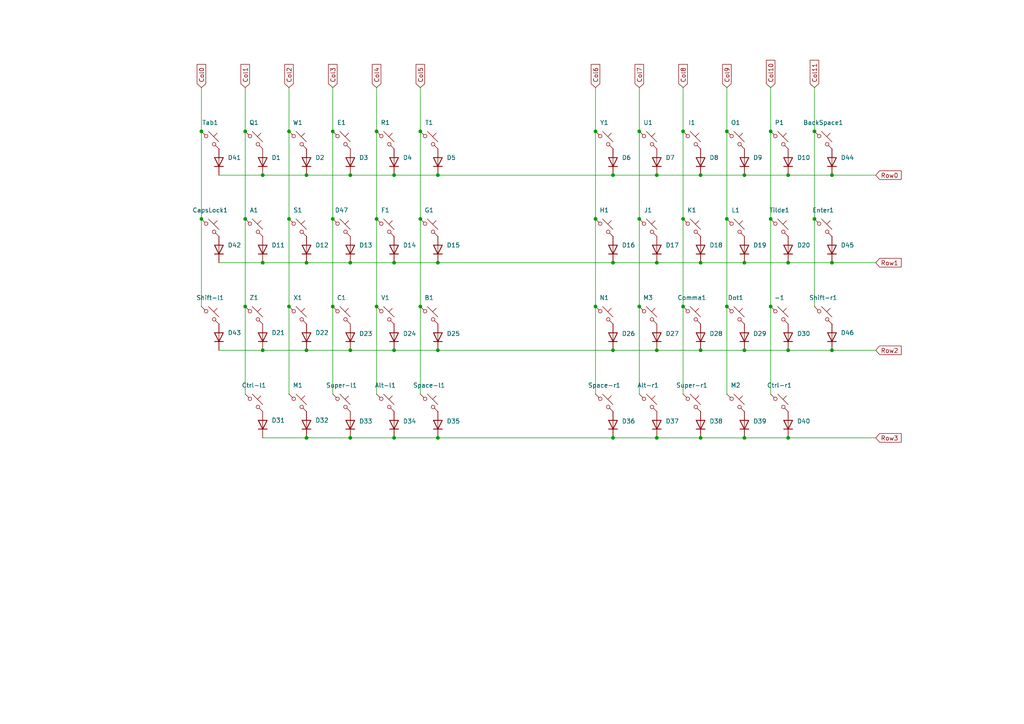
<source format=kicad_sch>
(kicad_sch (version 20231120) (generator "eeschema") (generator_version "8.0")
  (paper "A4")
  (title_block (title "MyCK") (date "2024-12-05") (rev "0.1") (comment 1 "License: MIT"))
  (lib_symbols
    (symbol "Device:D" (pin_numbers hide) (pin_names (offset 1.016) hide)
      (property "Reference" "D" (at 0 2.54 0))
      (property "Value" "D" (at 0 -2.54 0))
      (symbol "D_0_1"
        (polyline (pts (xy -1.27 1.27) (xy -1.27 -1.27)) (stroke (width 0.254)))
        (polyline (pts (xy 1.27 0) (xy -1.27 0)))
        (polyline (pts (xy 1.27 1.27) (xy 1.27 -1.27) (xy -1.27 0) (xy 1.27 1.27)) (stroke (width 0.254)))
      )
      (symbol "D_1_1"
        (pin passive line (at -3.81 0 0) (length 2.54) (name "K") (number "1"))
        (pin passive line (at 3.81 0 180) (length 2.54) (name "A") (number "2"))
      )
    )
    (symbol "PCM_marbastlib-mx:MX_SK6812MINI-E"
      (property "Reference" "LED" (at 3.175 6.35 0))
      (property "Value" "MX_SK6812MINI-E" (at 10.16 -6.985 0))
      (symbol "MX_SK6812MINI-E_0_0"
        (text "RGB" (at 2.286 -4.191 0) (effects (font (size 0.762 0.762))))
      )
      (symbol "MX_SK6812MINI-E_0_1"
        (rectangle (start -5.08 5.08) (end 5.08 -5.08) (stroke (width 0.254)) (fill (type background)))
        (polyline (pts (xy 1.27 -3.556) (xy 1.778 -3.556)))
        (polyline (pts (xy 1.27 -2.54) (xy 1.778 -2.54)))
        (polyline (pts (xy 4.699 -3.556) (xy 2.667 -3.556)))
        (polyline (pts (xy 2.286 -2.54) (xy 1.27 -3.556) (xy 1.27 -3.048)))
        (polyline (pts (xy 2.286 -1.524) (xy 1.27 -2.54) (xy 1.27 -2.032)))
        (polyline (pts (xy 3.683 -1.016) (xy 3.683 -3.556) (xy 3.683 -4.064)))
        (polyline (pts (xy 4.699 -1.524) (xy 2.667 -1.524) (xy 3.683 -3.556) (xy 4.699 -1.524)))
      )
      (symbol "MX_SK6812MINI-E_1_1"
        (pin power_in line (at 0 7.62 270) (length 2.54) (name "VDD") (number "1"))
        (pin output line (at 7.62 0 180) (length 2.54) (name "DOUT") (number "2"))
        (pin input line (at -7.62 0 0) (length 2.54) (name "DIN") (number "3"))
        (pin power_in line (at 0 -7.62 90) (length 2.54) (name "VSS") (number "4"))
      )
    )
    (symbol "Switch:SW_Push_45deg" (pin_numbers hide) (pin_names (offset 1.016) hide)
      (property "Reference" "SW" (at 3.048 1.016 0))
      (property "Value" "SW_Push_45deg" (at 0 -3.81 0))
      (symbol "SW_Push_45deg_0_1"
        (circle (center -1.1684 1.1684) (radius 0.508))
        (polyline (pts (xy -0.508 2.54) (xy 2.54 -0.508)))
        (polyline (pts (xy 1.016 1.016) (xy 2.032 2.032)))
        (polyline (pts (xy -2.54 2.54) (xy -1.524 1.524) (xy -1.524 1.524)))
        (polyline (pts (xy 1.524 -1.524) (xy 2.54 -2.54) (xy 2.54 -2.54) (xy 2.54 -2.54)))
        (circle (center 1.143 -1.1938) (radius 0.508))
        (pin passive line (at -2.54 2.54 0) (length 0) (name "1") (number "1"))
        (pin passive line (at 2.54 -2.54 180) (length 0) (name "2") (number "2"))
      )
    )
    (symbol "power:+5V" (power) (pin_numbers hide) (pin_names (offset 0) hide)
      (property "Value" "+5V" (at 0 3.556 0))
      (symbol "+5V_0_1"
        (polyline (pts (xy -0.762 1.27) (xy 0 2.54)))
        (polyline (pts (xy 0 0) (xy 0 2.54)))
        (polyline (pts (xy 0 2.54) (xy 0.762 1.27)))
      )
      (symbol "+5V_1_1"
        (pin power_in line (at 0 0 90) (length 0) (name "~") (number "1"))
      )
    )
    (symbol "power:Earth" (power) (pin_numbers hide) (pin_names (offset 0) hide)
      (property "Value" "Earth" (at 0 -3.81 0))
      (symbol "Earth_0_1"
        (polyline (pts (xy -0.635 -1.905) (xy 0.635 -1.905)))
        (polyline (pts (xy -0.127 -2.54) (xy 0.127 -2.54)))
        (polyline (pts (xy 0 -1.27) (xy 0 0)))
        (polyline (pts (xy 1.27 -1.27) (xy -1.27 -1.27)))
      )
      (symbol "Earth_1_1"
        (pin power_in line (at 0 0 270) (length 0) (name "~") (number "1"))
      )
    )
  )
  (junction (at 109.22 38.1))
  (junction (at 58.42 63.5))
  (junction (at 215.9 76.2))
  (junction (at 203.2 127))
  (junction (at 76.2 76.2))
  (junction (at 76.2 101.6))
  (junction (at 185.42 88.9))
  (junction (at 198.12 38.1))
  (junction (at 101.6 50.8))
  (junction (at 71.12 63.5))
  (junction (at 71.12 38.1))
  (junction (at 109.22 88.9))
  (junction (at 351.79 64.77))
  (junction (at 190.5 76.2))
  (junction (at 215.9 127))
  (junction (at 185.42 63.5))
  (junction (at 121.92 88.9))
  (junction (at 223.52 88.9))
  (junction (at 172.72 38.1))
  (junction (at 88.9 101.6))
  (junction (at 114.3 50.8))
  (junction (at 223.52 38.1))
  (junction (at 114.3 76.2))
  (junction (at 177.8 127))
  (junction (at 241.3 50.8))
  (junction (at 336.55 85.09))
  (junction (at 83.82 63.5))
  (junction (at 58.42 38.1))
  (junction (at 172.72 88.9))
  (junction (at 190.5 127))
  (junction (at 351.79 72.39))
  (junction (at 96.52 38.1))
  (junction (at 228.6 50.8))
  (junction (at 236.22 38.1))
  (junction (at 185.42 38.1))
  (junction (at 83.82 88.9))
  (junction (at 190.5 50.8))
  (junction (at 127 50.8))
  (junction (at 109.22 63.5))
  (junction (at 241.3 101.6))
  (junction (at 96.52 88.9))
  (junction (at 177.8 101.6))
  (junction (at 101.6 101.6))
  (junction (at 203.2 101.6))
  (junction (at 215.9 50.8))
  (junction (at 351.79 85.09))
  (junction (at 101.6 127))
  (junction (at 228.6 101.6))
  (junction (at 88.9 127))
  (junction (at 210.82 38.1))
  (junction (at 76.2 50.8))
  (junction (at 215.9 101.6))
  (junction (at 236.22 63.5))
  (junction (at 203.2 50.8))
  (junction (at 127 127))
  (junction (at 210.82 88.9))
  (junction (at 177.8 76.2))
  (junction (at 114.3 101.6))
  (junction (at 88.9 76.2))
  (junction (at 96.52 63.5))
  (junction (at 127 76.2))
  (junction (at 83.82 38.1))
  (junction (at 223.52 63.5))
  (junction (at 336.55 72.39))
  (junction (at 71.12 88.9))
  (junction (at 121.92 63.5))
  (junction (at 101.6 76.2))
  (junction (at 177.8 50.8))
  (junction (at 121.92 38.1))
  (junction (at 210.82 63.5))
  (junction (at 228.6 76.2))
  (junction (at 127 101.6))
  (junction (at 114.3 127))
  (junction (at 228.6 127))
  (junction (at 190.5 101.6))
  (junction (at 88.9 50.8))
  (junction (at 203.2 76.2))
  (junction (at 198.12 63.5))
  (junction (at 241.3 76.2))
  (junction (at 336.55 64.77))
  (junction (at 198.12 88.9))
  (junction (at 172.72 63.5))
  (no_connect (at 344.17 110.49))
  (wire (pts (xy 198.12 63.5) (xy 198.12 88.9)))
  (wire (pts (xy 127 101.6) (xy 177.8 101.6)))
  (wire (pts (xy 344.17 33.02) (xy 344.17 38.1)))
  (wire (pts (xy 109.22 38.1) (xy 109.22 63.5)))
  (wire (pts (xy 63.5 76.2) (xy 76.2 76.2)))
  (wire (pts (xy 71.12 25.4) (xy 71.12 38.1)))
  (wire (pts (xy 344.17 92.71) (xy 344.17 95.25)))
  (wire (pts (xy 63.5 50.8) (xy 76.2 50.8)))
  (wire (pts (xy 109.22 63.5) (xy 109.22 88.9)))
  (wire (pts (xy 351.79 72.39) (xy 351.79 85.09)))
  (wire (pts (xy 203.2 101.6) (xy 215.9 101.6)))
  (wire (pts (xy 76.2 76.2) (xy 88.9 76.2)))
  (wire (pts (xy 121.92 25.4) (xy 121.92 38.1)))
  (wire (pts (xy 76.2 127) (xy 88.9 127)))
  (wire (pts (xy 185.42 88.9) (xy 185.42 114.3)))
  (wire (pts (xy 215.9 101.6) (xy 228.6 101.6)))
  (wire (pts (xy 83.82 25.4) (xy 83.82 38.1)))
  (wire (pts (xy 76.2 50.8) (xy 88.9 50.8)))
  (wire (pts (xy 344.17 53.34) (xy 344.17 57.15)))
  (wire (pts (xy 351.79 64.77) (xy 351.79 72.39)))
  (wire (pts (xy 223.52 88.9) (xy 223.52 114.3)))
  (wire (pts (xy 71.12 38.1) (xy 71.12 63.5)))
  (wire (pts (xy 236.22 63.5) (xy 236.22 88.9)))
  (wire (pts (xy 177.8 101.6) (xy 190.5 101.6)))
  (wire (pts (xy 228.6 50.8) (xy 241.3 50.8)))
  (wire (pts (xy 58.42 25.4) (xy 58.42 38.1)))
  (wire (pts (xy 336.55 45.72) (xy 336.55 64.77)))
  (wire (pts (xy 190.5 101.6) (xy 203.2 101.6)))
  (wire (pts (xy 215.9 50.8) (xy 228.6 50.8)))
  (wire (pts (xy 172.72 63.5) (xy 172.72 88.9)))
  (wire (pts (xy 210.82 63.5) (xy 210.82 88.9)))
  (wire (pts (xy 177.8 76.2) (xy 190.5 76.2)))
  (wire (pts (xy 109.22 88.9) (xy 109.22 114.3)))
  (wire (pts (xy 210.82 25.4) (xy 210.82 38.1)))
  (wire (pts (xy 127 127) (xy 177.8 127)))
  (wire (pts (xy 185.42 63.5) (xy 185.42 88.9)))
  (wire (pts (xy 190.5 76.2) (xy 203.2 76.2)))
  (wire (pts (xy 121.92 63.5) (xy 121.92 88.9)))
  (wire (pts (xy 223.52 38.1) (xy 223.52 63.5)))
  (wire (pts (xy 83.82 63.5) (xy 83.82 88.9)))
  (wire (pts (xy 177.8 127) (xy 190.5 127)))
  (wire (pts (xy 203.2 50.8) (xy 215.9 50.8)))
  (wire (pts (xy 210.82 88.9) (xy 210.82 114.3)))
  (wire (pts (xy 58.42 38.1) (xy 58.42 63.5)))
  (wire (pts (xy 351.79 45.72) (xy 351.79 64.77)))
  (wire (pts (xy 203.2 127) (xy 215.9 127)))
  (wire (pts (xy 88.9 50.8) (xy 101.6 50.8)))
  (wire (pts (xy 228.6 127) (xy 254 127)))
  (wire (pts (xy 76.2 101.6) (xy 88.9 101.6)))
  (wire (pts (xy 58.42 63.5) (xy 58.42 88.9)))
  (wire (pts (xy 114.3 127) (xy 127 127)))
  (wire (pts (xy 223.52 25.4) (xy 223.52 38.1)))
  (wire (pts (xy 96.52 38.1) (xy 96.52 63.5)))
  (wire (pts (xy 228.6 76.2) (xy 241.3 76.2)))
  (wire (pts (xy 114.3 76.2) (xy 127 76.2)))
  (wire (pts (xy 210.82 38.1) (xy 210.82 63.5)))
  (wire (pts (xy 101.6 50.8) (xy 114.3 50.8)))
  (wire (pts (xy 101.6 76.2) (xy 114.3 76.2)))
  (wire (pts (xy 101.6 127) (xy 114.3 127)))
  (wire (pts (xy 198.12 88.9) (xy 198.12 114.3)))
  (wire (pts (xy 172.72 88.9) (xy 172.72 114.3)))
  (wire (pts (xy 215.9 127) (xy 228.6 127)))
  (wire (pts (xy 215.9 76.2) (xy 228.6 76.2)))
  (wire (pts (xy 71.12 88.9) (xy 71.12 114.3)))
  (wire (pts (xy 71.12 63.5) (xy 71.12 88.9)))
  (wire (pts (xy 88.9 76.2) (xy 101.6 76.2)))
  (wire (pts (xy 185.42 25.4) (xy 185.42 38.1)))
  (wire (pts (xy 185.42 38.1) (xy 185.42 63.5)))
  (wire (pts (xy 121.92 38.1) (xy 121.92 63.5)))
  (wire (pts (xy 127 76.2) (xy 177.8 76.2)))
  (wire (pts (xy 321.31 72.39) (xy 336.55 72.39)))
  (wire (pts (xy 96.52 25.4) (xy 96.52 38.1)))
  (wire (pts (xy 351.79 72.39) (xy 361.95 72.39)))
  (wire (pts (xy 114.3 101.6) (xy 127 101.6)))
  (wire (pts (xy 190.5 50.8) (xy 203.2 50.8)))
  (wire (pts (xy 96.52 88.9) (xy 96.52 114.3)))
  (wire (pts (xy 351.79 85.09) (xy 351.79 102.87)))
  (wire (pts (xy 228.6 101.6) (xy 241.3 101.6)))
  (wire (pts (xy 172.72 38.1) (xy 172.72 63.5)))
  (wire (pts (xy 336.55 85.09) (xy 336.55 102.87)))
  (wire (pts (xy 83.82 38.1) (xy 83.82 63.5)))
  (wire (pts (xy 172.72 25.4) (xy 172.72 38.1)))
  (wire (pts (xy 63.5 101.6) (xy 76.2 101.6)))
  (wire (pts (xy 177.8 50.8) (xy 190.5 50.8)))
  (wire (pts (xy 241.3 76.2) (xy 254 76.2)))
  (wire (pts (xy 114.3 50.8) (xy 127 50.8)))
  (wire (pts (xy 241.3 101.6) (xy 254 101.6)))
  (wire (pts (xy 336.55 72.39) (xy 336.55 85.09)))
  (wire (pts (xy 241.3 50.8) (xy 254 50.8)))
  (wire (pts (xy 121.92 88.9) (xy 121.92 114.3)))
  (wire (pts (xy 223.52 63.5) (xy 223.52 88.9)))
  (wire (pts (xy 83.82 88.9) (xy 83.82 114.3)))
  (wire (pts (xy 96.52 63.5) (xy 96.52 88.9)))
  (wire (pts (xy 127 50.8) (xy 177.8 50.8)))
  (wire (pts (xy 101.6 101.6) (xy 114.3 101.6)))
  (wire (pts (xy 198.12 38.1) (xy 198.12 63.5)))
  (wire (pts (xy 344.17 72.39) (xy 344.17 77.47)))
  (wire (pts (xy 336.55 64.77) (xy 336.55 72.39)))
  (wire (pts (xy 203.2 76.2) (xy 215.9 76.2)))
  (wire (pts (xy 88.9 127) (xy 101.6 127)))
  (wire (pts (xy 236.22 25.4) (xy 236.22 38.1)))
  (wire (pts (xy 88.9 101.6) (xy 101.6 101.6)))
  (wire (pts (xy 190.5 127) (xy 203.2 127)))
  (wire (pts (xy 109.22 25.4) (xy 109.22 38.1)))
  (wire (pts (xy 236.22 38.1) (xy 236.22 63.5)))
  (wire (pts (xy 198.12 25.4) (xy 198.12 38.1)))
  (global_label "Row3" (shape input) (at 254 127 0) (property "Intersheetrefs" "${INTERSHEET_REFS}" (effects (hide yes))))
  (global_label "Col7" (shape input) (at 185.42 25.4 90) (property "Intersheetrefs" "${INTERSHEET_REFS}" (effects (hide yes))))
  (global_label "Col11" (shape input) (at 236.22 25.4 90) (property "Intersheetrefs" "${INTERSHEET_REFS}" (effects (hide yes))))
  (global_label "Col2" (shape input) (at 83.82 25.4 90) (property "Intersheetrefs" "${INTERSHEET_REFS}" (effects (hide yes))))
  (global_label "Col9" (shape input) (at 210.82 25.4 90) (property "Intersheetrefs" "${INTERSHEET_REFS}" (effects (hide yes))))
  (global_label "Row1" (shape input) (at 254 76.2 0) (property "Intersheetrefs" "${INTERSHEET_REFS}" (effects (hide yes))))
  (global_label "Col1" (shape input) (at 71.12 25.4 90) (property "Intersheetrefs" "${INTERSHEET_REFS}" (effects (hide yes))))
  (global_label "Row2" (shape input) (at 254 101.6 0) (property "Intersheetrefs" "${INTERSHEET_REFS}" (effects (hide yes))))
  (global_label "Col5" (shape input) (at 121.92 25.4 90) (property "Intersheetrefs" "${INTERSHEET_REFS}" (effects (hide yes))))
  (global_label "Col3" (shape input) (at 96.52 25.4 90) (property "Intersheetrefs" "${INTERSHEET_REFS}" (effects (hide yes))))
  (global_label "Row0" (shape input) (at 254 50.8 0) (property "Intersheetrefs" "${INTERSHEET_REFS}" (effects (hide yes))))
  (global_label "Col8" (shape input) (at 198.12 25.4 90) (property "Intersheetrefs" "${INTERSHEET_REFS}" (effects (hide yes))))
  (global_label "Col10" (shape input) (at 223.52 25.4 90) (property "Intersheetrefs" "${INTERSHEET_REFS}" (effects (hide yes))))
  (global_label "RGB" (shape input) (at 344.17 33.02 90) (property "Intersheetrefs" "${INTERSHEET_REFS}" (effects (hide yes))))
  (global_label "Col0" (shape input) (at 58.42 25.4 90) (property "Intersheetrefs" "${INTERSHEET_REFS}" (effects (hide yes))))
  (global_label "Col6" (shape input) (at 172.72 25.4 90) (property "Intersheetrefs" "${INTERSHEET_REFS}" (effects (hide yes))))
  (global_label "Col4" (shape input) (at 109.22 25.4 90) (property "Intersheetrefs" "${INTERSHEET_REFS}" (effects (hide yes))))
  (symbol (lib_id "Device:D") (at 228.6 72.39 90) (unit 1)
    (property "Reference" "D20" (at 231.14 71.1199 90) (effects (justify right)))
    (property "Value" "D" (effects (hide yes)))
    (property "Footprint" "Diode_SMD:D_SOD-123" (effects (hide yes)))
    (property "Description" "Diode" (effects (hide yes)))
    (property "Sim.Device" "D" (effects (hide yes)))
    (property "Sim.Pins" "1=K 2=A" (effects (hide yes)))
  )
  (symbol (lib_id "Device:D") (at 114.3 97.79 90) (unit 1)
    (property "Reference" "D24" (at 116.84 96.774 90) (effects (justify right)))
    (property "Value" "D" (effects (hide yes)))
    (property "Footprint" "Diode_SMD:D_SOD-123" (effects (hide yes)))
    (property "Description" "Diode" (effects (hide yes)))
    (property "Sim.Device" "D" (effects (hide yes)))
    (property "Sim.Pins" "1=K 2=A" (effects (hide yes)))
  )
  (symbol (lib_id "Switch:SW_Push_45deg") (at 187.96 116.84 0) (unit 1)
    (property "Reference" "Alt-r1" (at 187.96 111.76 0))
    (property "Value" "SW_Push_45deg" (effects (hide yes)))
    (property "Footprint" "PCM_marbastlib-xp-gateron_lp:SW_KS33_HS_KS-2P02B01-02_HS_1u" (effects (hide yes)))
    (property "Description" "Push button switch, normally open, two pins, 45° tilted" (effects (hide yes)))
  )
  (symbol (lib_id "PCM_marbastlib-mx:MX_SK6812MINI-E") (at 344.17 64.77 270) (unit 1)
    (property "Reference" "LED2" (at 359.41 58.4514 90))
    (property "Value" "MX_SK6812MINI-E" (at 359.41 60.9914 90))
    (property "Footprint" "PCM_marbastlib-mx:LED_MX_6028R" (effects (hide yes)))
    (property "Description" "Reverse mount adressable LED (WS2812 protocol)" (effects (hide yes)))
  )
  (symbol (lib_id "Switch:SW_Push_45deg") (at 124.46 66.04 0) (unit 1)
    (property "Reference" "G1" (at 124.46 60.96 0))
    (property "Value" "SW_Push_45deg" (effects (hide yes)))
    (property "Footprint" "PCM_marbastlib-xp-gateron_lp:SW_KS33_HS_KS-2P02B01-02_HS_1u" (effects (hide yes)))
    (property "Description" "Push button switch, normally open, two pins, 45° tilted" (effects (hide yes)))
  )
  (symbol (lib_id "Switch:SW_Push_45deg") (at 99.06 66.04 0) (unit 1)
    (property "Reference" "D47" (at 99.06 60.96 0))
    (property "Value" "SW_Push_45deg" (effects (hide yes)))
    (property "Footprint" "PCM_marbastlib-xp-gateron_lp:SW_KS33_HS_KS-2P02B01-02_HS_1u" (effects (hide yes)))
    (property "Description" "Push button switch, normally open, two pins, 45° tilted" (effects (hide yes)))
  )
  (symbol (lib_id "Device:D") (at 114.3 123.19 90) (unit 1)
    (property "Reference" "D34" (at 116.84 122.174 90) (effects (justify right)))
    (property "Value" "D" (effects (hide yes)))
    (property "Footprint" "Diode_SMD:D_SOD-123" (effects (hide yes)))
    (property "Description" "Diode" (effects (hide yes)))
    (property "Sim.Device" "D" (effects (hide yes)))
    (property "Sim.Pins" "1=K 2=A" (effects (hide yes)))
  )
  (symbol (lib_id "Switch:SW_Push_45deg") (at 175.26 116.84 0) (unit 1)
    (property "Reference" "Space-r1" (at 175.26 111.76 0))
    (property "Value" "SW_Push_45deg" (effects (hide yes)))
    (property "Footprint" "PCM_marbastlib-xp-gateron_lp:SW_KS33_HS_KS-2P02B01-02_HS_1u" (effects (hide yes)))
    (property "Description" "Push button switch, normally open, two pins, 45° tilted" (effects (hide yes)))
  )
  (symbol (lib_id "Switch:SW_Push_45deg") (at 238.76 40.64 0) (unit 1)
    (property "Reference" "BackSpace1" (at 238.76 35.56 0))
    (property "Value" "SW_Push_45deg" (effects (hide yes)))
    (property "Footprint" "PCM_marbastlib-xp-gateron_lp:SW_KS33_HS_KS-2P02B01-02_HS_1u" (effects (hide yes)))
    (property "Description" "Push button switch, normally open, two pins, 45° tilted" (effects (hide yes)))
  )
  (symbol (lib_id "Switch:SW_Push_45deg") (at 60.96 91.44 0) (unit 1)
    (property "Reference" "Shift-l1" (at 60.96 86.36 0))
    (property "Value" "SW_Push_45deg" (effects (hide yes)))
    (property "Footprint" "PCM_marbastlib-xp-gateron_lp:SW_KS33_HS_KS-2P02B01-02_HS_1u" (effects (hide yes)))
    (property "Description" "Push button switch, normally open, two pins, 45° tilted" (effects (hide yes)))
  )
  (symbol (lib_id "Device:D") (at 88.9 123.19 90) (unit 1)
    (property "Reference" "D32" (at 91.44 121.9199 90) (effects (justify right)))
    (property "Value" "D" (effects (hide yes)))
    (property "Footprint" "Diode_SMD:D_SOD-123" (effects (hide yes)))
    (property "Description" "Diode" (effects (hide yes)))
    (property "Sim.Device" "D" (effects (hide yes)))
    (property "Sim.Pins" "1=K 2=A" (effects (hide yes)))
  )
  (symbol (lib_id "Device:D") (at 190.5 72.39 90) (unit 1)
    (property "Reference" "D17" (at 193.04 71.1199 90) (effects (justify right)))
    (property "Value" "D" (effects (hide yes)))
    (property "Footprint" "Diode_SMD:D_SOD-123" (effects (hide yes)))
    (property "Description" "Diode" (effects (hide yes)))
    (property "Sim.Device" "D" (effects (hide yes)))
    (property "Sim.Pins" "1=K 2=A" (effects (hide yes)))
  )
  (symbol (lib_id "Switch:SW_Push_45deg") (at 187.96 91.44 0) (unit 1)
    (property "Reference" "M3" (at 187.96 86.36 0))
    (property "Value" "SW_Push_45deg" (effects (hide yes)))
    (property "Footprint" "PCM_marbastlib-xp-gateron_lp:SW_KS33_HS_KS-2P02B01-02_HS_1u" (effects (hide yes)))
    (property "Description" "Push button switch, normally open, two pins, 45° tilted" (effects (hide yes)))
  )
  (symbol (lib_id "Device:D") (at 177.8 46.99 90) (unit 1)
    (property "Reference" "D6" (at 180.34 45.7199 90) (effects (justify right)))
    (property "Value" "D" (effects (hide yes)))
    (property "Footprint" "Diode_SMD:D_SOD-123" (effects (hide yes)))
    (property "Description" "Diode" (effects (hide yes)))
    (property "Sim.Device" "D" (effects (hide yes)))
    (property "Sim.Pins" "1=K 2=A" (effects (hide yes)))
  )
  (symbol (lib_id "Device:D") (at 228.6 97.79 90) (unit 1)
    (property "Reference" "D30" (at 231.14 96.774 90) (effects (justify right)))
    (property "Value" "D" (effects (hide yes)))
    (property "Footprint" "Diode_SMD:D_SOD-123" (effects (hide yes)))
    (property "Description" "Diode" (effects (hide yes)))
    (property "Sim.Device" "D" (effects (hide yes)))
    (property "Sim.Pins" "1=K 2=A" (effects (hide yes)))
  )
  (symbol (lib_id "Switch:SW_Push_45deg") (at 111.76 40.64 0) (unit 1)
    (property "Reference" "R1" (at 111.76 35.56 0))
    (property "Value" "SW_Push_45deg" (effects (hide yes)))
    (property "Footprint" "PCM_marbastlib-xp-gateron_lp:SW_KS33_HS_KS-2P02B01-02_HS_1u" (effects (hide yes)))
    (property "Description" "Push button switch, normally open, two pins, 45° tilted" (effects (hide yes)))
  )
  (symbol (lib_id "Switch:SW_Push_45deg") (at 73.66 91.44 0) (unit 1)
    (property "Reference" "Z1" (at 73.66 86.36 0))
    (property "Value" "SW_Push_45deg" (effects (hide yes)))
    (property "Footprint" "PCM_marbastlib-xp-gateron_lp:SW_KS33_HS_KS-2P02B01-02_HS_1u" (effects (hide yes)))
    (property "Description" "Push button switch, normally open, two pins, 45° tilted" (effects (hide yes)))
  )
  (symbol (lib_id "PCM_marbastlib-mx:MX_SK6812MINI-E") (at 344.17 45.72 270) (unit 1)
    (property "Reference" "LED1" (at 359.41 39.4014 90))
    (property "Value" "MX_SK6812MINI-E" (at 359.41 41.9414 90))
    (property "Footprint" "PCM_marbastlib-mx:LED_MX_6028R" (effects (hide yes)))
    (property "Description" "Reverse mount adressable LED (WS2812 protocol)" (effects (hide yes)))
  )
  (symbol (lib_id "Device:D") (at 228.6 46.99 90) (unit 1)
    (property "Reference" "D10" (at 231.14 45.7199 90) (effects (justify right)))
    (property "Value" "D" (effects (hide yes)))
    (property "Footprint" "Diode_SMD:D_SOD-123" (effects (hide yes)))
    (property "Description" "Diode" (effects (hide yes)))
    (property "Sim.Device" "D" (effects (hide yes)))
    (property "Sim.Pins" "1=K 2=A" (effects (hide yes)))
  )
  (symbol (lib_id "Switch:SW_Push_45deg") (at 175.26 91.44 0) (unit 1)
    (property "Reference" "N1" (at 175.26 86.36 0))
    (property "Value" "SW_Push_45deg" (effects (hide yes)))
    (property "Footprint" "PCM_marbastlib-xp-gateron_lp:SW_KS33_HS_KS-2P02B01-02_HS_1u" (effects (hide yes)))
    (property "Description" "Push button switch, normally open, two pins, 45° tilted" (effects (hide yes)))
  )
  (symbol (lib_id "Device:D") (at 127 72.39 90) (unit 1)
    (property "Reference" "D15" (at 129.54 71.1199 90) (effects (justify right)))
    (property "Value" "D" (effects (hide yes)))
    (property "Footprint" "Diode_SMD:D_SOD-123" (effects (hide yes)))
    (property "Description" "Diode" (effects (hide yes)))
    (property "Sim.Device" "D" (effects (hide yes)))
    (property "Sim.Pins" "1=K 2=A" (effects (hide yes)))
  )
  (symbol (lib_id "Switch:SW_Push_45deg") (at 238.76 91.44 0) (unit 1)
    (property "Reference" "Shift-r1" (at 238.76 86.36 0))
    (property "Value" "SW_Push_45deg" (effects (hide yes)))
    (property "Footprint" "PCM_marbastlib-xp-gateron_lp:SW_KS33_HS_KS-2P02B01-02_HS_1u" (effects (hide yes)))
    (property "Description" "Push button switch, normally open, two pins, 45° tilted" (effects (hide yes)))
  )
  (symbol (lib_id "Device:D") (at 114.3 72.39 90) (unit 1)
    (property "Reference" "D14" (at 116.84 71.1199 90) (effects (justify right)))
    (property "Value" "D" (effects (hide yes)))
    (property "Footprint" "Diode_SMD:D_SOD-123" (effects (hide yes)))
    (property "Description" "Diode" (effects (hide yes)))
    (property "Sim.Device" "D" (effects (hide yes)))
    (property "Sim.Pins" "1=K 2=A" (effects (hide yes)))
  )
  (symbol (lib_id "Device:D") (at 63.5 46.99 90) (unit 1)
    (property "Reference" "D41" (at 66.04 45.7199 90) (effects (justify right)))
    (property "Value" "D" (effects (hide yes)))
    (property "Footprint" "Diode_SMD:D_SOD-123" (effects (hide yes)))
    (property "Description" "Diode" (effects (hide yes)))
    (property "Sim.Device" "D" (effects (hide yes)))
    (property "Sim.Pins" "1=K 2=A" (effects (hide yes)))
  )
  (symbol (lib_id "Switch:SW_Push_45deg") (at 111.76 116.84 0) (unit 1)
    (property "Reference" "Alt-l1" (at 111.76 111.76 0))
    (property "Value" "SW_Push_45deg" (effects (hide yes)))
    (property "Footprint" "PCM_marbastlib-xp-gateron_lp:SW_KS33_HS_KS-2P02B01-02_HS_1u" (effects (hide yes)))
    (property "Description" "Push button switch, normally open, two pins, 45° tilted" (effects (hide yes)))
  )
  (symbol (lib_id "Switch:SW_Push_45deg") (at 73.66 40.64 0) (unit 1)
    (property "Reference" "Q1" (at 73.66 35.56 0))
    (property "Value" "SW_Push_45deg" (effects (hide yes)))
    (property "Footprint" "PCM_marbastlib-xp-gateron_lp:SW_KS33_HS_KS-2P02B01-02_HS_1u" (effects (hide yes)))
    (property "Description" "Push button switch, normally open, two pins, 45° tilted" (effects (hide yes)))
  )
  (symbol (lib_id "Switch:SW_Push_45deg") (at 99.06 40.64 0) (unit 1)
    (property "Reference" "E1" (at 99.06 35.56 0))
    (property "Value" "SW_Push_45deg" (effects (hide yes)))
    (property "Footprint" "PCM_marbastlib-xp-gateron_lp:SW_KS33_HS_KS-2P02B01-02_HS_1u" (effects (hide yes)))
    (property "Description" "Push button switch, normally open, two pins, 45° tilted" (effects (hide yes)))
  )
  (symbol (lib_id "Device:D") (at 241.3 46.99 90) (unit 1)
    (property "Reference" "D44" (at 243.84 45.7199 90) (effects (justify right)))
    (property "Value" "D" (effects (hide yes)))
    (property "Footprint" "Diode_SMD:D_SOD-123" (effects (hide yes)))
    (property "Description" "Diode" (effects (hide yes)))
    (property "Sim.Device" "D" (effects (hide yes)))
    (property "Sim.Pins" "1=K 2=A" (effects (hide yes)))
  )
  (symbol (lib_id "Device:D") (at 63.5 97.79 90) (unit 1)
    (property "Reference" "D43" (at 66.04 96.5199 90) (effects (justify right)))
    (property "Value" "D" (effects (hide yes)))
    (property "Footprint" "Diode_SMD:D_SOD-123" (effects (hide yes)))
    (property "Description" "Diode" (effects (hide yes)))
    (property "Sim.Device" "D" (effects (hide yes)))
    (property "Sim.Pins" "1=K 2=A" (effects (hide yes)))
  )
  (symbol (lib_id "Device:D") (at 241.3 97.79 90) (unit 1)
    (property "Reference" "D46" (at 243.84 96.5199 90) (effects (justify right)))
    (property "Value" "D" (effects (hide yes)))
    (property "Footprint" "Diode_SMD:D_SOD-123" (effects (hide yes)))
    (property "Description" "Diode" (effects (hide yes)))
    (property "Sim.Device" "D" (effects (hide yes)))
    (property "Sim.Pins" "1=K 2=A" (effects (hide yes)))
  )
  (symbol (lib_id "Switch:SW_Push_45deg") (at 73.66 66.04 0) (unit 1)
    (property "Reference" "A1" (at 73.66 60.96 0))
    (property "Value" "SW_Push_45deg" (effects (hide yes)))
    (property "Footprint" "PCM_marbastlib-xp-gateron_lp:SW_KS33_HS_KS-2P02B01-02_HS_1u" (effects (hide yes)))
    (property "Description" "Push button switch, normally open, two pins, 45° tilted" (effects (hide yes)))
  )
  (symbol (lib_id "PCM_marbastlib-mx:MX_SK6812MINI-E") (at 344.17 85.09 270) (unit 1)
    (property "Reference" "LED3" (at 359.41 78.7714 90))
    (property "Value" "MX_SK6812MINI-E" (at 359.41 81.3114 90))
    (property "Footprint" "PCM_marbastlib-mx:LED_MX_6028R" (effects (hide yes)))
    (property "Description" "Reverse mount adressable LED (WS2812 protocol)" (effects (hide yes)))
  )
  (symbol (lib_id "Switch:SW_Push_45deg") (at 86.36 91.44 0) (unit 1)
    (property "Reference" "X1" (at 86.36 86.36 0))
    (property "Value" "SW_Push_45deg" (effects (hide yes)))
    (property "Footprint" "PCM_marbastlib-xp-gateron_lp:SW_KS33_HS_KS-2P02B01-02_HS_1u" (effects (hide yes)))
    (property "Description" "Push button switch, normally open, two pins, 45° tilted" (effects (hide yes)))
  )
  (symbol (lib_id "Device:D") (at 88.9 72.39 90) (unit 1)
    (property "Reference" "D12" (at 91.44 71.1199 90) (effects (justify right)))
    (property "Value" "D" (effects (hide yes)))
    (property "Footprint" "Diode_SMD:D_SOD-123" (effects (hide yes)))
    (property "Description" "Diode" (effects (hide yes)))
    (property "Sim.Device" "D" (effects (hide yes)))
    (property "Sim.Pins" "1=K 2=A" (effects (hide yes)))
  )
  (symbol (lib_id "Switch:SW_Push_45deg") (at 187.96 66.04 0) (unit 1)
    (property "Reference" "J1" (at 187.96 60.96 0))
    (property "Value" "SW_Push_45deg" (effects (hide yes)))
    (property "Footprint" "PCM_marbastlib-xp-gateron_lp:SW_KS33_HS_KS-2P02B01-02_HS_1u" (effects (hide yes)))
    (property "Description" "Push button switch, normally open, two pins, 45° tilted" (effects (hide yes)))
  )
  (symbol (lib_id "Device:D") (at 215.9 46.99 90) (unit 1)
    (property "Reference" "D9" (at 218.44 45.7199 90) (effects (justify right)))
    (property "Value" "D" (effects (hide yes)))
    (property "Footprint" "Diode_SMD:D_SOD-123" (effects (hide yes)))
    (property "Description" "Diode" (effects (hide yes)))
    (property "Sim.Device" "D" (effects (hide yes)))
    (property "Sim.Pins" "1=K 2=A" (effects (hide yes)))
  )
  (symbol (lib_id "Switch:SW_Push_45deg") (at 238.76 66.04 0) (unit 1)
    (property "Reference" "Enter1" (at 238.76 60.96 0))
    (property "Value" "SW_Push_45deg" (effects (hide yes)))
    (property "Footprint" "PCM_marbastlib-xp-gateron_lp:SW_KS33_HS_KS-2P02B01-02_HS_1u" (effects (hide yes)))
    (property "Description" "Push button switch, normally open, two pins, 45° tilted" (effects (hide yes)))
  )
  (symbol (lib_id "Device:D") (at 203.2 72.39 90) (unit 1)
    (property "Reference" "D18" (at 205.74 71.1199 90) (effects (justify right)))
    (property "Value" "D" (effects (hide yes)))
    (property "Footprint" "Diode_SMD:D_SOD-123" (effects (hide yes)))
    (property "Description" "Diode" (effects (hide yes)))
    (property "Sim.Device" "D" (effects (hide yes)))
    (property "Sim.Pins" "1=K 2=A" (effects (hide yes)))
  )
  (symbol (lib_id "Switch:SW_Push_45deg") (at 86.36 116.84 0) (unit 1)
    (property "Reference" "M1" (at 86.36 111.76 0))
    (property "Value" "SW_Push_45deg" (effects (hide yes)))
    (property "Footprint" "PCM_marbastlib-xp-gateron_lp:SW_KS33_HS_KS-2P02B01-02_HS_1u" (effects (hide yes)))
    (property "Description" "Push button switch, normally open, two pins, 45° tilted" (effects (hide yes)))
  )
  (symbol (lib_id "Switch:SW_Push_45deg") (at 86.36 66.04 0) (unit 1)
    (property "Reference" "S1" (at 86.36 60.96 0))
    (property "Value" "SW_Push_45deg" (effects (hide yes)))
    (property "Footprint" "PCM_marbastlib-xp-gateron_lp:SW_KS33_HS_KS-2P02B01-02_HS_1u" (effects (hide yes)))
    (property "Description" "Push button switch, normally open, two pins, 45° tilted" (effects (hide yes)))
  )
  (symbol (lib_id "Device:D") (at 127 123.19 90) (unit 1)
    (property "Reference" "D35" (at 129.54 122.174 90) (effects (justify right)))
    (property "Value" "D" (effects (hide yes)))
    (property "Footprint" "Diode_SMD:D_SOD-123" (effects (hide yes)))
    (property "Description" "Diode" (effects (hide yes)))
    (property "Sim.Device" "D" (effects (hide yes)))
    (property "Sim.Pins" "1=K 2=A" (effects (hide yes)))
  )
  (symbol (lib_id "Switch:SW_Push_45deg") (at 86.36 40.64 0) (unit 1)
    (property "Reference" "W1" (at 86.36 35.56 0))
    (property "Value" "SW_Push_45deg" (effects (hide yes)))
    (property "Footprint" "PCM_marbastlib-xp-gateron_lp:SW_KS33_HS_KS-2P02B01-02_HS_1u" (effects (hide yes)))
    (property "Description" "Push button switch, normally open, two pins, 45° tilted" (effects (hide yes)))
  )
  (symbol (lib_id "Device:D") (at 76.2 97.79 90) (unit 1)
    (property "Reference" "D21" (at 78.74 96.5199 90) (effects (justify right)))
    (property "Value" "D" (effects (hide yes)))
    (property "Footprint" "Diode_SMD:D_SOD-123" (effects (hide yes)))
    (property "Description" "Diode" (effects (hide yes)))
    (property "Sim.Device" "D" (effects (hide yes)))
    (property "Sim.Pins" "1=K 2=A" (effects (hide yes)))
  )
  (symbol (lib_id "Device:D") (at 190.5 123.19 90) (unit 1)
    (property "Reference" "D37" (at 193.04 122.174 90) (effects (justify right)))
    (property "Value" "D" (effects (hide yes)))
    (property "Footprint" "Diode_SMD:D_SOD-123" (effects (hide yes)))
    (property "Description" "Diode" (effects (hide yes)))
    (property "Sim.Device" "D" (effects (hide yes)))
    (property "Sim.Pins" "1=K 2=A" (effects (hide yes)))
  )
  (symbol (lib_id "Switch:SW_Push_45deg") (at 213.36 116.84 0) (unit 1)
    (property "Reference" "M2" (at 213.36 111.76 0))
    (property "Value" "SW_Push_45deg" (effects (hide yes)))
    (property "Footprint" "PCM_marbastlib-xp-gateron_lp:SW_KS33_HS_KS-2P02B01-02_HS_1u" (effects (hide yes)))
    (property "Description" "Push button switch, normally open, two pins, 45° tilted" (effects (hide yes)))
  )
  (symbol (lib_id "Switch:SW_Push_45deg") (at 60.96 40.64 0) (unit 1)
    (property "Reference" "Tab1" (at 60.96 35.56 0))
    (property "Value" "SW_Push_45deg" (effects (hide yes)))
    (property "Footprint" "PCM_marbastlib-xp-gateron_lp:SW_KS33_HS_KS-2P02B01-02_HS_1u" (effects (hide yes)))
    (property "Description" "Push button switch, normally open, two pins, 45° tilted" (effects (hide yes)))
  )
  (symbol (lib_id "Switch:SW_Push_45deg") (at 73.66 116.84 0) (unit 1)
    (property "Reference" "Ctrl-l1" (at 73.66 111.76 0))
    (property "Value" "SW_Push_45deg" (effects (hide yes)))
    (property "Footprint" "PCM_marbastlib-xp-gateron_lp:SW_KS33_HS_KS-2P02B01-02_HS_1u" (effects (hide yes)))
    (property "Description" "Push button switch, normally open, two pins, 45° tilted" (effects (hide yes)))
  )
  (symbol (lib_id "Device:D") (at 114.3 46.99 90) (unit 1)
    (property "Reference" "D4" (at 116.84 45.7199 90) (effects (justify right)))
    (property "Value" "D" (effects (hide yes)))
    (property "Footprint" "Diode_SMD:D_SOD-123" (effects (hide yes)))
    (property "Description" "Diode" (effects (hide yes)))
    (property "Sim.Device" "D" (effects (hide yes)))
    (property "Sim.Pins" "1=K 2=A" (effects (hide yes)))
  )
  (symbol (lib_id "Switch:SW_Push_45deg") (at 124.46 91.44 0) (unit 1)
    (property "Reference" "B1" (at 124.46 86.36 0))
    (property "Value" "SW_Push_45deg" (effects (hide yes)))
    (property "Footprint" "PCM_marbastlib-xp-gateron_lp:SW_KS33_HS_KS-2P02B01-02_HS_1u" (effects (hide yes)))
    (property "Description" "Push button switch, normally open, two pins, 45° tilted" (effects (hide yes)))
  )
  (symbol (lib_id "Device:D") (at 203.2 46.99 90) (unit 1)
    (property "Reference" "D8" (at 205.74 45.7199 90) (effects (justify right)))
    (property "Value" "D" (effects (hide yes)))
    (property "Footprint" "Diode_SMD:D_SOD-123" (effects (hide yes)))
    (property "Description" "Diode" (effects (hide yes)))
    (property "Sim.Device" "D" (effects (hide yes)))
    (property "Sim.Pins" "1=K 2=A" (effects (hide yes)))
  )
  (symbol (lib_id "Device:D") (at 177.8 123.19 90) (unit 1)
    (property "Reference" "D36" (at 180.34 122.174 90) (effects (justify right)))
    (property "Value" "D" (effects (hide yes)))
    (property "Footprint" "Diode_SMD:D_SOD-123" (effects (hide yes)))
    (property "Description" "Diode" (effects (hide yes)))
    (property "Sim.Device" "D" (effects (hide yes)))
    (property "Sim.Pins" "1=K 2=A" (effects (hide yes)))
  )
  (symbol (lib_id "Device:D") (at 63.5 72.39 90) (unit 1)
    (property "Reference" "D42" (at 66.04 71.1199 90) (effects (justify right)))
    (property "Value" "D" (effects (hide yes)))
    (property "Footprint" "Diode_SMD:D_SOD-123" (effects (hide yes)))
    (property "Description" "Diode" (effects (hide yes)))
    (property "Sim.Device" "D" (effects (hide yes)))
    (property "Sim.Pins" "1=K 2=A" (effects (hide yes)))
  )
  (symbol (lib_id "Device:D") (at 177.8 97.79 90) (unit 1)
    (property "Reference" "D26" (at 180.34 96.774 90) (effects (justify right)))
    (property "Value" "D" (effects (hide yes)))
    (property "Footprint" "Diode_SMD:D_SOD-123" (effects (hide yes)))
    (property "Description" "Diode" (effects (hide yes)))
    (property "Sim.Device" "D" (effects (hide yes)))
    (property "Sim.Pins" "1=K 2=A" (effects (hide yes)))
  )
  (symbol (lib_id "Switch:SW_Push_45deg") (at 226.06 116.84 0) (unit 1)
    (property "Reference" "Ctrl-r1" (at 226.06 111.76 0))
    (property "Value" "SW_Push_45deg" (effects (hide yes)))
    (property "Footprint" "PCM_marbastlib-xp-gateron_lp:SW_KS33_HS_KS-2P02B01-02_HS_1u" (effects (hide yes)))
    (property "Description" "Push button switch, normally open, two pins, 45° tilted" (effects (hide yes)))
  )
  (symbol (lib_id "Device:D") (at 76.2 46.99 90) (unit 1)
    (property "Reference" "D1" (at 78.74 45.7199 90) (effects (justify right)))
    (property "Value" "D" (effects (hide yes)))
    (property "Footprint" "Diode_SMD:D_SOD-123" (effects (hide yes)))
    (property "Description" "Diode" (effects (hide yes)))
    (property "Sim.Device" "D" (effects (hide yes)))
    (property "Sim.Pins" "1=K 2=A" (effects (hide yes)))
  )
  (symbol (lib_id "Device:D") (at 177.8 72.39 90) (unit 1)
    (property "Reference" "D16" (at 180.34 71.1199 90) (effects (justify right)))
    (property "Value" "D" (effects (hide yes)))
    (property "Footprint" "Diode_SMD:D_SOD-123" (effects (hide yes)))
    (property "Description" "Diode" (effects (hide yes)))
    (property "Sim.Device" "D" (effects (hide yes)))
    (property "Sim.Pins" "1=K 2=A" (effects (hide yes)))
  )
  (symbol (lib_id "Switch:SW_Push_45deg") (at 213.36 66.04 0) (unit 1)
    (property "Reference" "L1" (at 213.36 60.96 0))
    (property "Value" "SW_Push_45deg" (effects (hide yes)))
    (property "Footprint" "PCM_marbastlib-xp-gateron_lp:SW_KS33_HS_KS-2P02B01-02_HS_1u" (effects (hide yes)))
    (property "Description" "Push button switch, normally open, two pins, 45° tilted" (effects (hide yes)))
  )
  (symbol (lib_id "Device:D") (at 88.9 46.99 90) (unit 1)
    (property "Reference" "D2" (at 91.44 45.7199 90) (effects (justify right)))
    (property "Value" "D" (effects (hide yes)))
    (property "Footprint" "Diode_SMD:D_SOD-123" (effects (hide yes)))
    (property "Description" "Diode" (effects (hide yes)))
    (property "Sim.Device" "D" (effects (hide yes)))
    (property "Sim.Pins" "1=K 2=A" (effects (hide yes)))
  )
  (symbol (lib_id "Switch:SW_Push_45deg") (at 226.06 91.44 0) (unit 1)
    (property "Reference" "-1" (at 226.06 86.36 0))
    (property "Value" "SW_Push_45deg" (effects (hide yes)))
    (property "Footprint" "PCM_marbastlib-xp-gateron_lp:SW_KS33_HS_KS-2P02B01-02_HS_1u" (effects (hide yes)))
    (property "Description" "Push button switch, normally open, two pins, 45° tilted" (effects (hide yes)))
  )
  (symbol (lib_id "Switch:SW_Push_45deg") (at 175.26 66.04 0) (unit 1)
    (property "Reference" "H1" (at 175.26 60.96 0))
    (property "Value" "SW_Push_45deg" (effects (hide yes)))
    (property "Footprint" "PCM_marbastlib-xp-gateron_lp:SW_KS33_HS_KS-2P02B01-02_HS_1u" (effects (hide yes)))
    (property "Description" "Push button switch, normally open, two pins, 45° tilted" (effects (hide yes)))
  )
  (symbol (lib_id "Switch:SW_Push_45deg") (at 124.46 116.84 0) (unit 1)
    (property "Reference" "Space-l1" (at 124.46 111.76 0))
    (property "Value" "SW_Push_45deg" (effects (hide yes)))
    (property "Footprint" "PCM_marbastlib-xp-gateron_lp:SW_KS33_HS_KS-2P02B01-02_HS_1u" (effects (hide yes)))
    (property "Description" "Push button switch, normally open, two pins, 45° tilted" (effects (hide yes)))
  )
  (symbol (lib_id "Switch:SW_Push_45deg") (at 60.96 66.04 0) (unit 1)
    (property "Reference" "CapsLock1" (at 60.96 60.96 0))
    (property "Value" "SW_Push_45deg" (effects (hide yes)))
    (property "Footprint" "PCM_marbastlib-xp-gateron_lp:SW_KS33_HS_KS-2P02B01-02_HS_1u" (effects (hide yes)))
    (property "Description" "Push button switch, normally open, two pins, 45° tilted" (effects (hide yes)))
  )
  (symbol (lib_id "Device:D") (at 228.6 123.19 90) (unit 1)
    (property "Reference" "D40" (at 231.14 122.174 90) (effects (justify right)))
    (property "Value" "D" (effects (hide yes)))
    (property "Footprint" "Diode_SMD:D_SOD-123" (effects (hide yes)))
    (property "Description" "Diode" (effects (hide yes)))
    (property "Sim.Device" "D" (effects (hide yes)))
    (property "Sim.Pins" "1=K 2=A" (effects (hide yes)))
  )
  (symbol (lib_id "Device:D") (at 76.2 123.19 90) (unit 1)
    (property "Reference" "D31" (at 78.74 121.9199 90) (effects (justify right)))
    (property "Value" "D" (effects (hide yes)))
    (property "Footprint" "Diode_SMD:D_SOD-123" (effects (hide yes)))
    (property "Description" "Diode" (effects (hide yes)))
    (property "Sim.Device" "D" (effects (hide yes)))
    (property "Sim.Pins" "1=K 2=A" (effects (hide yes)))
  )
  (symbol (lib_id "Switch:SW_Push_45deg") (at 226.06 66.04 0) (unit 1)
    (property "Reference" "Tilde1" (at 226.06 60.96 0))
    (property "Value" "SW_Push_45deg" (effects (hide yes)))
    (property "Footprint" "PCM_marbastlib-xp-gateron_lp:SW_KS33_HS_KS-2P02B01-02_HS_1u" (effects (hide yes)))
    (property "Description" "Push button switch, normally open, two pins, 45° tilted" (effects (hide yes)))
  )
  (symbol (lib_id "Switch:SW_Push_45deg") (at 200.66 91.44 0) (unit 1)
    (property "Reference" "Comma1" (at 200.66 86.36 0))
    (property "Value" "SW_Push_45deg" (effects (hide yes)))
    (property "Footprint" "PCM_marbastlib-xp-gateron_lp:SW_KS33_HS_KS-2P02B01-02_HS_1u" (effects (hide yes)))
    (property "Description" "Push button switch, normally open, two pins, 45° tilted" (effects (hide yes)))
  )
  (symbol (lib_id "PCM_marbastlib-mx:MX_SK6812MINI-E") (at 344.17 102.87 270) (unit 1)
    (property "Reference" "LED4" (at 359.41 96.5514 90))
    (property "Value" "MX_SK6812MINI-E" (at 359.41 99.0914 90))
    (property "Footprint" "PCM_marbastlib-mx:LED_MX_6028R" (effects (hide yes)))
    (property "Description" "Reverse mount adressable LED (WS2812 protocol)" (effects (hide yes)))
  )
  (symbol (lib_id "Device:D") (at 215.9 72.39 90) (unit 1)
    (property "Reference" "D19" (at 218.44 71.1199 90) (effects (justify right)))
    (property "Value" "D" (effects (hide yes)))
    (property "Footprint" "Diode_SMD:D_SOD-123" (effects (hide yes)))
    (property "Description" "Diode" (effects (hide yes)))
    (property "Sim.Device" "D" (effects (hide yes)))
    (property "Sim.Pins" "1=K 2=A" (effects (hide yes)))
  )
  (symbol (lib_id "power:Earth") (at 321.31 72.39 0) (unit 1)
    (property "Reference" "#PWR02" (effects (hide yes)))
    (property "Value" "Earth" (at 321.31 77.47 0))
    (property "Description" "Power symbol creates a global label with name \"Earth\"" (effects (hide yes)))
  )
  (symbol (lib_id "Switch:SW_Push_45deg") (at 99.06 91.44 0) (unit 1)
    (property "Reference" "C1" (at 99.06 86.36 0))
    (property "Value" "SW_Push_45deg" (effects (hide yes)))
    (property "Footprint" "PCM_marbastlib-xp-gateron_lp:SW_KS33_HS_KS-2P02B01-02_HS_1u" (effects (hide yes)))
    (property "Description" "Push button switch, normally open, two pins, 45° tilted" (effects (hide yes)))
  )
  (symbol (lib_id "Switch:SW_Push_45deg") (at 213.36 40.64 0) (unit 1)
    (property "Reference" "O1" (at 213.36 35.56 0))
    (property "Value" "SW_Push_45deg" (effects (hide yes)))
    (property "Footprint" "PCM_marbastlib-xp-gateron_lp:SW_KS33_HS_KS-2P02B01-02_HS_1u" (effects (hide yes)))
    (property "Description" "Push button switch, normally open, two pins, 45° tilted" (effects (hide yes)))
  )
  (symbol (lib_id "Device:D") (at 203.2 97.79 90) (unit 1)
    (property "Reference" "D28" (at 205.74 96.774 90) (effects (justify right)))
    (property "Value" "D" (effects (hide yes)))
    (property "Footprint" "Diode_SMD:D_SOD-123" (effects (hide yes)))
    (property "Description" "Diode" (effects (hide yes)))
    (property "Sim.Device" "D" (effects (hide yes)))
    (property "Sim.Pins" "1=K 2=A" (effects (hide yes)))
  )
  (symbol (lib_id "Switch:SW_Push_45deg") (at 175.26 40.64 0) (unit 1)
    (property "Reference" "Y1" (at 175.26 35.56 0))
    (property "Value" "SW_Push_45deg" (effects (hide yes)))
    (property "Footprint" "PCM_marbastlib-xp-gateron_lp:SW_KS33_HS_KS-2P02B01-02_HS_1u" (effects (hide yes)))
    (property "Description" "Push button switch, normally open, two pins, 45° tilted" (effects (hide yes)))
  )
  (symbol (lib_id "Switch:SW_Push_45deg") (at 200.66 66.04 0) (unit 1)
    (property "Reference" "K1" (at 200.66 60.96 0))
    (property "Value" "SW_Push_45deg" (effects (hide yes)))
    (property "Footprint" "PCM_marbastlib-xp-gateron_lp:SW_KS33_HS_KS-2P02B01-02_HS_1u" (effects (hide yes)))
    (property "Description" "Push button switch, normally open, two pins, 45° tilted" (effects (hide yes)))
  )
  (symbol (lib_id "Device:D") (at 101.6 123.19 90) (unit 1)
    (property "Reference" "D33" (at 104.14 122.174 90) (effects (justify right)))
    (property "Value" "D" (effects (hide yes)))
    (property "Footprint" "Diode_SMD:D_SOD-123" (effects (hide yes)))
    (property "Description" "Diode" (effects (hide yes)))
    (property "Sim.Device" "D" (effects (hide yes)))
    (property "Sim.Pins" "1=K 2=A" (effects (hide yes)))
  )
  (symbol (lib_id "Device:D") (at 101.6 97.79 90) (unit 1)
    (property "Reference" "D23" (at 104.14 96.774 90) (effects (justify right)))
    (property "Value" "D" (effects (hide yes)))
    (property "Footprint" "Diode_SMD:D_SOD-123" (effects (hide yes)))
    (property "Description" "Diode" (effects (hide yes)))
    (property "Sim.Device" "D" (effects (hide yes)))
    (property "Sim.Pins" "1=K 2=A" (effects (hide yes)))
  )
  (symbol (lib_id "Device:D") (at 127 46.99 90) (unit 1)
    (property "Reference" "D5" (at 129.54 45.7199 90) (effects (justify right)))
    (property "Value" "D" (effects (hide yes)))
    (property "Footprint" "Diode_SMD:D_SOD-123" (effects (hide yes)))
    (property "Description" "Diode" (effects (hide yes)))
    (property "Sim.Device" "D" (effects (hide yes)))
    (property "Sim.Pins" "1=K 2=A" (effects (hide yes)))
  )
  (symbol (lib_id "Device:D") (at 241.3 72.39 90) (unit 1)
    (property "Reference" "D45" (at 243.84 71.1199 90) (effects (justify right)))
    (property "Value" "D" (effects (hide yes)))
    (property "Footprint" "Diode_SMD:D_SOD-123" (effects (hide yes)))
    (property "Description" "Diode" (effects (hide yes)))
    (property "Sim.Device" "D" (effects (hide yes)))
    (property "Sim.Pins" "1=K 2=A" (effects (hide yes)))
  )
  (symbol (lib_id "Switch:SW_Push_45deg") (at 187.96 40.64 0) (unit 1)
    (property "Reference" "U1" (at 187.96 35.56 0))
    (property "Value" "SW_Push_45deg" (effects (hide yes)))
    (property "Footprint" "PCM_marbastlib-xp-gateron_lp:SW_KS33_HS_KS-2P02B01-02_HS_1u" (effects (hide yes)))
    (property "Description" "Push button switch, normally open, two pins, 45° tilted" (effects (hide yes)))
  )
  (symbol (lib_id "Switch:SW_Push_45deg") (at 213.36 91.44 0) (unit 1)
    (property "Reference" "Dot1" (at 213.36 86.36 0))
    (property "Value" "SW_Push_45deg" (effects (hide yes)))
    (property "Footprint" "PCM_marbastlib-xp-gateron_lp:SW_KS33_HS_KS-2P02B01-02_HS_1u" (effects (hide yes)))
    (property "Description" "Push button switch, normally open, two pins, 45° tilted" (effects (hide yes)))
  )
  (symbol (lib_id "Device:D") (at 76.2 72.39 90) (unit 1)
    (property "Reference" "D11" (at 78.74 71.1199 90) (effects (justify right)))
    (property "Value" "D" (effects (hide yes)))
    (property "Footprint" "Diode_SMD:D_SOD-123" (effects (hide yes)))
    (property "Description" "Diode" (effects (hide yes)))
    (property "Sim.Device" "D" (effects (hide yes)))
    (property "Sim.Pins" "1=K 2=A" (effects (hide yes)))
  )
  (symbol (lib_id "Device:D") (at 190.5 97.79 90) (unit 1)
    (property "Reference" "D27" (at 193.04 96.774 90) (effects (justify right)))
    (property "Value" "D" (effects (hide yes)))
    (property "Footprint" "Diode_SMD:D_SOD-123" (effects (hide yes)))
    (property "Description" "Diode" (effects (hide yes)))
    (property "Sim.Device" "D" (effects (hide yes)))
    (property "Sim.Pins" "1=K 2=A" (effects (hide yes)))
  )
  (symbol (lib_id "Device:D") (at 203.2 123.19 90) (unit 1)
    (property "Reference" "D38" (at 205.74 122.174 90) (effects (justify right)))
    (property "Value" "D" (effects (hide yes)))
    (property "Footprint" "Diode_SMD:D_SOD-123" (effects (hide yes)))
    (property "Description" "Diode" (effects (hide yes)))
    (property "Sim.Device" "D" (effects (hide yes)))
    (property "Sim.Pins" "1=K 2=A" (effects (hide yes)))
  )
  (symbol (lib_id "power:+5V") (at 361.95 72.39 0) (unit 1)
    (property "Reference" "#PWR01" (effects (hide yes)))
    (property "Value" "+5V" (at 361.95 67.31 0))
    (property "Description" "Power symbol creates a global label with name \"+5V\"" (effects (hide yes)))
  )
  (symbol (lib_id "Device:D") (at 88.9 97.79 90) (unit 1)
    (property "Reference" "D22" (at 91.44 96.5199 90) (effects (justify right)))
    (property "Value" "D" (effects (hide yes)))
    (property "Footprint" "Diode_SMD:D_SOD-123" (effects (hide yes)))
    (property "Description" "Diode" (effects (hide yes)))
    (property "Sim.Device" "D" (effects (hide yes)))
    (property "Sim.Pins" "1=K 2=A" (effects (hide yes)))
  )
  (symbol (lib_id "Switch:SW_Push_45deg") (at 111.76 91.44 0) (unit 1)
    (property "Reference" "V1" (at 111.76 86.36 0))
    (property "Value" "SW_Push_45deg" (effects (hide yes)))
    (property "Footprint" "PCM_marbastlib-xp-gateron_lp:SW_KS33_HS_KS-2P02B01-02_HS_1u" (effects (hide yes)))
    (property "Description" "Push button switch, normally open, two pins, 45° tilted" (effects (hide yes)))
  )
  (symbol (lib_id "Switch:SW_Push_45deg") (at 226.06 40.64 0) (unit 1)
    (property "Reference" "P1" (at 226.06 35.56 0))
    (property "Value" "SW_Push_45deg" (effects (hide yes)))
    (property "Footprint" "PCM_marbastlib-xp-gateron_lp:SW_KS33_HS_KS-2P02B01-02_HS_1u" (effects (hide yes)))
    (property "Description" "Push button switch, normally open, two pins, 45° tilted" (effects (hide yes)))
  )
  (symbol (lib_id "Switch:SW_Push_45deg") (at 200.66 116.84 0) (unit 1)
    (property "Reference" "Super-r1" (at 200.66 111.76 0))
    (property "Value" "SW_Push_45deg" (effects (hide yes)))
    (property "Footprint" "PCM_marbastlib-xp-gateron_lp:SW_KS33_HS_KS-2P02B01-02_HS_1u" (effects (hide yes)))
    (property "Description" "Push button switch, normally open, two pins, 45° tilted" (effects (hide yes)))
  )
  (symbol (lib_id "Switch:SW_Push_45deg") (at 111.76 66.04 0) (unit 1)
    (property "Reference" "F1" (at 111.76 60.96 0))
    (property "Value" "SW_Push_45deg" (effects (hide yes)))
    (property "Footprint" "PCM_marbastlib-xp-gateron_lp:SW_KS33_HS_KS-2P02B01-02_HS_1u" (effects (hide yes)))
    (property "Description" "Push button switch, normally open, two pins, 45° tilted" (effects (hide yes)))
  )
  (symbol (lib_id "Device:D") (at 101.6 46.99 90) (unit 1)
    (property "Reference" "D3" (at 104.14 45.7199 90) (effects (justify right)))
    (property "Value" "D" (effects (hide yes)))
    (property "Footprint" "Diode_SMD:D_SOD-123" (effects (hide yes)))
    (property "Description" "Diode" (effects (hide yes)))
    (property "Sim.Device" "D" (effects (hide yes)))
    (property "Sim.Pins" "1=K 2=A" (effects (hide yes)))
  )
  (symbol (lib_id "Device:D") (at 101.6 72.39 90) (unit 1)
    (property "Reference" "D13" (at 104.14 71.1199 90) (effects (justify right)))
    (property "Value" "D" (effects (hide yes)))
    (property "Footprint" "Diode_SMD:D_SOD-123" (effects (hide yes)))
    (property "Description" "Diode" (effects (hide yes)))
    (property "Sim.Device" "D" (effects (hide yes)))
    (property "Sim.Pins" "1=K 2=A" (effects (hide yes)))
  )
  (symbol (lib_id "Switch:SW_Push_45deg") (at 200.66 40.64 0) (unit 1)
    (property "Reference" "I1" (at 200.66 35.56 0))
    (property "Value" "SW_Push_45deg" (effects (hide yes)))
    (property "Footprint" "PCM_marbastlib-xp-gateron_lp:SW_KS33_HS_KS-2P02B01-02_HS_1u" (effects (hide yes)))
    (property "Description" "Push button switch, normally open, two pins, 45° tilted" (effects (hide yes)))
  )
  (symbol (lib_id "Device:D") (at 215.9 123.19 90) (unit 1)
    (property "Reference" "D39" (at 218.44 122.174 90) (effects (justify right)))
    (property "Value" "D" (effects (hide yes)))
    (property "Footprint" "Diode_SMD:D_SOD-123" (effects (hide yes)))
    (property "Description" "Diode" (effects (hide yes)))
    (property "Sim.Device" "D" (effects (hide yes)))
    (property "Sim.Pins" "1=K 2=A" (effects (hide yes)))
  )
  (symbol (lib_id "Device:D") (at 127 97.79 90) (unit 1)
    (property "Reference" "D25" (at 129.54 96.774 90) (effects (justify right)))
    (property "Value" "D" (effects (hide yes)))
    (property "Footprint" "Diode_SMD:D_SOD-123" (effects (hide yes)))
    (property "Description" "Diode" (effects (hide yes)))
    (property "Sim.Device" "D" (effects (hide yes)))
    (property "Sim.Pins" "1=K 2=A" (effects (hide yes)))
  )
  (symbol (lib_id "Switch:SW_Push_45deg") (at 124.46 40.64 0) (unit 1)
    (property "Reference" "T1" (at 124.46 35.56 0))
    (property "Value" "SW_Push_45deg" (effects (hide yes)))
    (property "Footprint" "PCM_marbastlib-xp-gateron_lp:SW_KS33_HS_KS-2P02B01-02_HS_1u" (effects (hide yes)))
    (property "Description" "Push button switch, normally open, two pins, 45° tilted" (effects (hide yes)))
  )
  (symbol (lib_id "Device:D") (at 190.5 46.99 90) (unit 1)
    (property "Reference" "D7" (at 193.04 45.7199 90) (effects (justify right)))
    (property "Value" "D" (effects (hide yes)))
    (property "Footprint" "Diode_SMD:D_SOD-123" (effects (hide yes)))
    (property "Description" "Diode" (effects (hide yes)))
    (property "Sim.Device" "D" (effects (hide yes)))
    (property "Sim.Pins" "1=K 2=A" (effects (hide yes)))
  )
  (symbol (lib_id "Switch:SW_Push_45deg") (at 99.06 116.84 0) (unit 1)
    (property "Reference" "Super-l1" (at 99.06 111.76 0))
    (property "Value" "SW_Push_45deg" (effects (hide yes)))
    (property "Footprint" "PCM_marbastlib-xp-gateron_lp:SW_KS33_HS_KS-2P02B01-02_HS_1u" (effects (hide yes)))
    (property "Description" "Push button switch, normally open, two pins, 45° tilted" (effects (hide yes)))
  )
  (symbol (lib_id "Device:D") (at 215.9 97.79 90) (unit 1)
    (property "Reference" "D29" (at 218.44 96.774 90) (effects (justify right)))
    (property "Value" "D" (effects (hide yes)))
    (property "Footprint" "Diode_SMD:D_SOD-123" (effects (hide yes)))
    (property "Description" "Diode" (effects (hide yes)))
    (property "Sim.Device" "D" (effects (hide yes)))
    (property "Sim.Pins" "1=K 2=A" (effects (hide yes)))
  )
)
</source>
